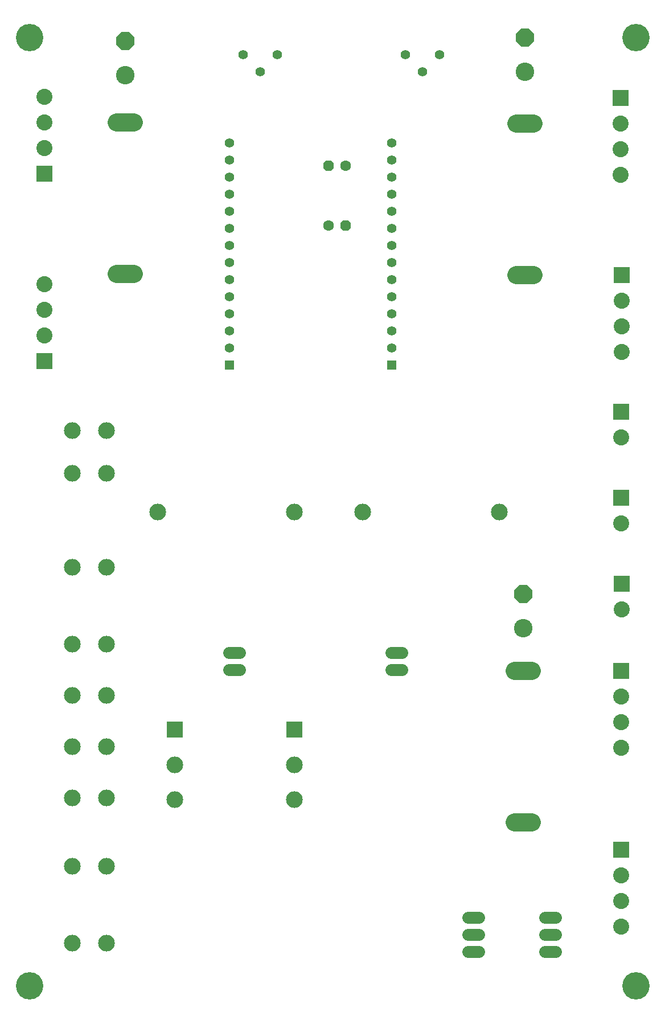
<source format=gbs>
G75*
%MOIN*%
%OFA0B0*%
%FSLAX24Y24*%
%IPPOS*%
%LPD*%
%AMOC8*
5,1,8,0,0,1.08239X$1,22.5*
%
%ADD10C,0.1600*%
%ADD11R,0.0560X0.0560*%
%ADD12C,0.0560*%
%ADD13R,0.0940X0.0940*%
%ADD14C,0.0940*%
%ADD15C,0.0980*%
%ADD16R,0.0980X0.0980*%
%ADD17C,0.0710*%
%ADD18OC8,0.0630*%
%ADD19C,0.0630*%
%ADD20C,0.1080*%
%ADD21OC8,0.1080*%
%ADD22C,0.1080*%
D10*
X005901Y002450D03*
X041401Y002450D03*
X041401Y057950D03*
X005901Y057950D03*
D11*
X017601Y038800D03*
X027101Y038800D03*
D12*
X027101Y039800D03*
X027101Y040800D03*
X027101Y041800D03*
X027101Y042800D03*
X027101Y043800D03*
X027101Y044800D03*
X027101Y045800D03*
X027101Y046800D03*
X027101Y047800D03*
X027101Y048800D03*
X027101Y049800D03*
X027101Y050800D03*
X027101Y051800D03*
X028901Y055950D03*
X029901Y056950D03*
X027901Y056950D03*
X020401Y056950D03*
X019401Y055950D03*
X018401Y056950D03*
X017601Y051800D03*
X017601Y050800D03*
X017601Y049800D03*
X017601Y048800D03*
X017601Y047800D03*
X017601Y046800D03*
X017601Y045800D03*
X017601Y044800D03*
X017601Y043800D03*
X017601Y042800D03*
X017601Y041800D03*
X017601Y040800D03*
X017601Y039800D03*
D13*
X006779Y039014D03*
X006779Y049984D03*
X040503Y054426D03*
X040573Y044056D03*
X040533Y036056D03*
X040533Y031026D03*
X040563Y025976D03*
X040553Y020896D03*
X040543Y010426D03*
D14*
X040543Y008926D03*
X040543Y007426D03*
X040543Y005926D03*
X040553Y016396D03*
X040553Y017896D03*
X040553Y019396D03*
X040563Y024476D03*
X040533Y029526D03*
X040533Y034556D03*
X040573Y039556D03*
X040573Y041056D03*
X040573Y042556D03*
X040503Y049926D03*
X040503Y051426D03*
X040503Y052926D03*
X006779Y052984D03*
X006779Y051484D03*
X006779Y054484D03*
X006779Y043514D03*
X006779Y042014D03*
X006779Y040514D03*
D15*
X008401Y034950D03*
X010401Y034950D03*
X010401Y032450D03*
X008401Y032450D03*
X008401Y026950D03*
X010401Y026950D03*
X013401Y030200D03*
X010401Y022450D03*
X008401Y022450D03*
X008401Y019450D03*
X010401Y019450D03*
X010401Y016450D03*
X008401Y016450D03*
X008401Y013450D03*
X010401Y013450D03*
X010401Y009450D03*
X008401Y009450D03*
X008401Y004950D03*
X010401Y004950D03*
X014411Y013340D03*
X014411Y015390D03*
X021401Y015400D03*
X021401Y013350D03*
X021401Y030200D03*
X025401Y030200D03*
X033401Y030200D03*
D16*
X021401Y017450D03*
X014411Y017440D03*
D17*
X017586Y020950D02*
X018216Y020950D01*
X018216Y021950D02*
X017586Y021950D01*
X027086Y021950D02*
X027716Y021950D01*
X027716Y020950D02*
X027086Y020950D01*
X031586Y006450D02*
X032216Y006450D01*
X032216Y005450D02*
X031586Y005450D01*
X031586Y004450D02*
X032216Y004450D01*
X036086Y004450D02*
X036716Y004450D01*
X036716Y005450D02*
X036086Y005450D01*
X036086Y006450D02*
X036716Y006450D01*
D18*
X024401Y046950D03*
X023401Y050450D03*
D19*
X024401Y050450D03*
X023401Y046950D03*
D20*
X034891Y055960D03*
X011521Y055750D03*
X034811Y023380D03*
D21*
X034811Y025380D03*
X034891Y057960D03*
X011521Y057750D03*
D22*
X012021Y052990D02*
X011021Y052990D01*
X011021Y044130D02*
X012021Y044130D01*
X034401Y044070D02*
X035401Y044070D01*
X035401Y052930D02*
X034401Y052930D01*
X034311Y020890D02*
X035311Y020890D01*
X035311Y012030D02*
X034311Y012030D01*
M02*

</source>
